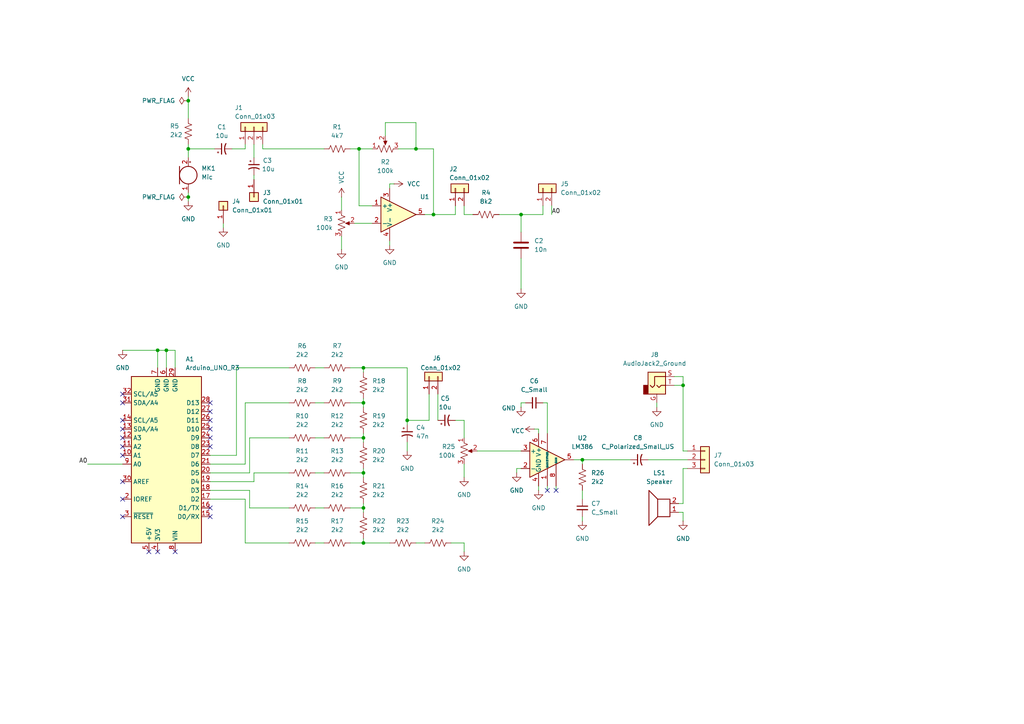
<source format=kicad_sch>
(kicad_sch (version 20250114) (generator "eeschema") (generator_version "9.0")
  (paper "A4")
  (lib_symbols
    (symbol "Amplifier_Audio:LM386" (pin_names (offset 0.127))
      (property "Reference" "U" (at 1.27 7.62 0))
      (property "Value" "LM386" (at 1.27 5.08 0))
      (symbol "LM386_0_1"
        (polyline (pts (xy 5.08 0) (xy -5.08 5.08) (xy -5.08 -5.08) (xy 5.08 0)) (stroke (width 0.254)) (fill (type background)))
      )
      (symbol "LM386_1_1"
        (pin input line (at -7.62 2.54 0) (length 2.54) (name "+") (number "3"))
        (pin input line (at -7.62 -2.54 0) (length 2.54) (name "-") (number "2"))
        (pin power_in line (at -2.54 7.62 270) (length 3.81) (name "V+") (number "6"))
        (pin power_in line (at -2.54 -7.62 90) (length 3.81) (name "GND") (number "4"))
        (pin input line (at 0 7.62 270) (length 5.08) (name "BYPASS") (number "7"))
        (pin input line (at 0 -7.62 90) (length 5.08) (name "GAIN") (number "1"))
        (pin input line (at 2.54 -7.62 90) (length 6.35) (name "GAIN") (number "8"))
        (pin output line (at 7.62 0 180) (length 2.54) (name "~") (number "5"))
      )
    )
    (symbol "Connector_Audio:AudioJack2_Ground"
      (property "Reference" "J" (at 0 8.89 0))
      (property "Value" "AudioJack2_Ground" (at 0 6.35 0))
      (symbol "AudioJack2_Ground_0_1"
        (rectangle (start -2.54 -2.54) (end -3.81 0) (stroke (width 0.254)) (fill (type outline)))
        (polyline (pts (xy 0 0) (xy 0.635 -0.635) (xy 1.27 0) (xy 2.54 0)) (stroke (width 0.254)))
        (rectangle (start 2.54 3.81) (end -2.54 -2.54) (stroke (width 0.254)) (fill (type background)))
        (polyline (pts (xy 2.54 2.54) (xy -0.635 2.54) (xy -0.635 0) (xy -1.27 -0.635) (xy -1.905 0)) (stroke (width 0.254)))
      )
      (symbol "AudioJack2_Ground_1_1"
        (pin passive line (at 0 -5.08 90) (length 2.54) (name "~") (number "G"))
        (pin passive line (at 5.08 2.54 180) (length 2.54) (name "~") (number "S"))
        (pin passive line (at 5.08 0 180) (length 2.54) (name "~") (number "T"))
      )
    )
    (symbol "Connector_Generic:Conn_01x01" (pin_names (offset 1.016) hide)
      (property "Reference" "J" (at 0 2.54 0))
      (property "Value" "Conn_01x01" (at 0 -2.54 0))
      (symbol "Conn_01x01_1_1"
        (rectangle (start -1.27 1.27) (end 1.27 -1.27) (stroke (width 0.254)) (fill (type background)))
        (rectangle (start -1.27 0.127) (end 0 -0.127) (stroke (width 0.1524)))
        (pin passive line (at -5.08 0 0) (length 3.81) (name "Pin_1") (number "1"))
      )
    )
    (symbol "Connector_Generic:Conn_01x02" (pin_names (offset 1.016) hide)
      (property "Reference" "J" (at 0 2.54 0))
      (property "Value" "Conn_01x02" (at 0 -5.08 0))
      (symbol "Conn_01x02_1_1"
        (rectangle (start -1.27 1.27) (end 1.27 -3.81) (stroke (width 0.254)) (fill (type background)))
        (rectangle (start -1.27 0.127) (end 0 -0.127) (stroke (width 0.1524)))
        (rectangle (start -1.27 -2.413) (end 0 -2.667) (stroke (width 0.1524)))
        (pin passive line (at -5.08 0 0) (length 3.81) (name "Pin_1") (number "1"))
        (pin passive line (at -5.08 -2.54 0) (length 3.81) (name "Pin_2") (number "2"))
      )
    )
    (symbol "Connector_Generic:Conn_01x03" (pin_names (offset 1.016) hide)
      (property "Reference" "J" (at 0 5.08 0))
      (property "Value" "Conn_01x03" (at 0 -5.08 0))
      (symbol "Conn_01x03_1_1"
        (rectangle (start -1.27 3.81) (end 1.27 -3.81) (stroke (width 0.254)) (fill (type background)))
        (rectangle (start -1.27 2.667) (end 0 2.413) (stroke (width 0.1524)))
        (rectangle (start -1.27 0.127) (end 0 -0.127) (stroke (width 0.1524)))
        (rectangle (start -1.27 -2.413) (end 0 -2.667) (stroke (width 0.1524)))
        (pin passive line (at -5.08 2.54 0) (length 3.81) (name "Pin_1") (number "1"))
        (pin passive line (at -5.08 0 0) (length 3.81) (name "Pin_2") (number "2"))
        (pin passive line (at -5.08 -2.54 0) (length 3.81) (name "Pin_3") (number "3"))
      )
    )
    (symbol "Device:C" (pin_numbers hide) (pin_names (offset 0.254))
      (property "Reference" "C" (at 0.635 2.54 0))
      (property "Value" "C" (at 0.635 -2.54 0))
      (symbol "C_0_1"
        (polyline (pts (xy -2.032 0.762) (xy 2.032 0.762)) (stroke (width 0.508)))
        (polyline (pts (xy -2.032 -0.762) (xy 2.032 -0.762)) (stroke (width 0.508)))
      )
      (symbol "C_1_1"
        (pin passive line (at 0 3.81 270) (length 2.794) (name "~") (number "1"))
        (pin passive line (at 0 -3.81 90) (length 2.794) (name "~") (number "2"))
      )
    )
    (symbol "Device:C_Polarized_Small_US" (pin_numbers hide) (pin_names (offset 0.254) hide)
      (property "Reference" "C" (at 0.254 1.778 0))
      (property "Value" "C_Polarized_Small_US" (at 0.254 -2.032 0))
      (symbol "C_Polarized_Small_US_0_1"
        (polyline (pts (xy -1.524 0.508) (xy 1.524 0.508)) (stroke (width 0.3048)))
        (polyline (pts (xy -1.27 1.524) (xy -0.762 1.524)))
        (polyline (pts (xy -1.016 1.27) (xy -1.016 1.778)))
        (arc (start -1.524 -0.762) (mid 0 -0.3734) (end 1.524 -0.762) (stroke (width 0.3048)))
      )
      (symbol "C_Polarized_Small_US_1_1"
        (pin passive line (at 0 2.54 270) (length 2.032) (name "~") (number "1"))
        (pin passive line (at 0 -2.54 90) (length 2.032) (name "~") (number "2"))
      )
    )
    (symbol "Device:C_Small" (pin_numbers hide) (pin_names (offset 0.254) hide)
      (property "Reference" "C" (at 0.254 1.778 0))
      (property "Value" "C_Small" (at 0.254 -2.032 0))
      (symbol "C_Small_0_1"
        (polyline (pts (xy -1.524 0.508) (xy 1.524 0.508)) (stroke (width 0.3048)))
        (polyline (pts (xy -1.524 -0.508) (xy 1.524 -0.508)) (stroke (width 0.3302)))
      )
      (symbol "C_Small_1_1"
        (pin passive line (at 0 2.54 270) (length 2.032) (name "~") (number "1"))
        (pin passive line (at 0 -2.54 90) (length 2.032) (name "~") (number "2"))
      )
    )
    (symbol "Device:Microphone" (pin_names (offset 0.0254) hide)
      (property "Reference" "MK" (at -3.81 1.27 0))
      (property "Value" "Microphone" (at -3.81 -0.635 0))
      (symbol "Microphone_0_1"
        (polyline (pts (xy -2.54 2.54) (xy -2.54 -2.54)) (stroke (width 0.254)))
        (circle (center 0 0) (radius 2.54) (stroke (width 0.254)))
        (polyline (pts (xy 0.254 3.81) (xy 0.762 3.81)))
        (polyline (pts (xy 0.508 4.064) (xy 0.508 3.556)))
      )
      (symbol "Microphone_1_1"
        (pin passive line (at 0 5.08 270) (length 2.54) (name "+") (number "2"))
        (pin passive line (at 0 -5.08 90) (length 2.54) (name "-") (number "1"))
      )
    )
    (symbol "Device:R_Potentiometer_US" (pin_names (offset 1.016) hide)
      (property "Reference" "RV" (at -4.445 0 90))
      (property "Value" "R_Potentiometer_US" (at -2.54 0 90))
      (symbol "R_Potentiometer_US_0_1"
        (polyline (pts (xy 0 2.54) (xy 0 2.286)))
        (polyline (pts (xy 0 2.286) (xy 1.016 1.905) (xy 0 1.524) (xy -1.016 1.143) (xy 0 0.762)))
        (polyline (pts (xy 0 0.762) (xy 1.016 0.381) (xy 0 0) (xy -1.016 -0.381) (xy 0 -0.762)))
        (polyline (pts (xy 0 -0.762) (xy 1.016 -1.143) (xy 0 -1.524) (xy -1.016 -1.905) (xy 0 -2.286)))
        (polyline (pts (xy 0 -2.286) (xy 0 -2.54)))
        (polyline (pts (xy 1.143 0) (xy 2.286 0.508) (xy 2.286 -0.508) (xy 1.143 0)) (fill (type outline)))
        (polyline (pts (xy 2.54 0) (xy 1.524 0)))
      )
      (symbol "R_Potentiometer_US_1_1"
        (pin passive line (at 0 3.81 270) (length 1.27) (name "1") (number "1"))
        (pin passive line (at 0 -3.81 90) (length 1.27) (name "3") (number "3"))
        (pin passive line (at 3.81 0 180) (length 1.27) (name "2") (number "2"))
      )
    )
    (symbol "Device:R_US" (pin_numbers hide) (pin_names (offset 0))
      (property "Reference" "R" (at 2.54 0 90))
      (property "Value" "R_US" (at -2.54 0 90))
      (symbol "R_US_0_1"
        (polyline (pts (xy 0 2.286) (xy 0 2.54)))
        (polyline (pts (xy 0 2.286) (xy 1.016 1.905) (xy 0 1.524) (xy -1.016 1.143) (xy 0 0.762)))
        (polyline (pts (xy 0 0.762) (xy 1.016 0.381) (xy 0 0) (xy -1.016 -0.381) (xy 0 -0.762)))
        (polyline (pts (xy 0 -0.762) (xy 1.016 -1.143) (xy 0 -1.524) (xy -1.016 -1.905) (xy 0 -2.286)))
        (polyline (pts (xy 0 -2.286) (xy 0 -2.54)))
      )
      (symbol "R_US_1_1"
        (pin passive line (at 0 3.81 270) (length 1.27) (name "~") (number "1"))
        (pin passive line (at 0 -3.81 90) (length 1.27) (name "~") (number "2"))
      )
    )
    (symbol "Device:Speaker" (pin_names (offset 0) hide)
      (property "Reference" "LS" (at 1.27 5.715 0))
      (property "Value" "Speaker" (at 1.27 3.81 0))
      (symbol "Speaker_0_0"
        (rectangle (start -2.54 1.27) (end 1.016 -3.81) (stroke (width 0.254)))
        (polyline (pts (xy 1.016 1.27) (xy 3.556 3.81) (xy 3.556 -6.35) (xy 1.016 -3.81)) (stroke (width 0.254)))
      )
      (symbol "Speaker_1_1"
        (pin input line (at -5.08 0 0) (length 2.54) (name "1") (number "1"))
        (pin input line (at -5.08 -2.54 0) (length 2.54) (name "2") (number "2"))
      )
    )
    (symbol "MCU_Module:Arduino_UNO_R3"
      (property "Reference" "A" (at -10.16 23.495 0))
      (property "Value" "Arduino_UNO_R3" (at 5.08 -26.67 0))
      (symbol "Arduino_UNO_R3_0_1"
        (rectangle (start -10.16 22.86) (end 10.16 -25.4) (stroke (width 0.254)) (fill (type background)))
      )
      (symbol "Arduino_UNO_R3_1_1"
        (pin bidirectional line (at -12.7 15.24 0) (length 2.54) (name "D0/RX") (number "15"))
        (pin bidirectional line (at -12.7 12.7 0) (length 2.54) (name "D1/TX") (number "16"))
        (pin bidirectional line (at -12.7 10.16 0) (length 2.54) (name "D2") (number "17"))
        (pin bidirectional line (at -12.7 7.62 0) (length 2.54) (name "D3") (number "18"))
        (pin bidirectional line (at -12.7 5.08 0) (length 2.54) (name "D4") (number "19"))
        (pin bidirectional line (at -12.7 2.54 0) (length 2.54) (name "D5") (number "20"))
        (pin bidirectional line (at -12.7 0 0) (length 2.54) (name "D6") (number "21"))
        (pin bidirectional line (at -12.7 -2.54 0) (length 2.54) (name "D7") (number "22"))
        (pin bidirectional line (at -12.7 -5.08 0) (length 2.54) (name "D8") (number "23"))
        (pin bidirectional line (at -12.7 -7.62 0) (length 2.54) (name "D9") (number "24"))
        (pin bidirectional line (at -12.7 -10.16 0) (length 2.54) (name "D10") (number "25"))
        (pin bidirectional line (at -12.7 -12.7 0) (length 2.54) (name "D11") (number "26"))
        (pin bidirectional line (at -12.7 -15.24 0) (length 2.54) (name "D12") (number "27"))
        (pin bidirectional line (at -12.7 -17.78 0) (length 2.54) (name "D13") (number "28"))
        (pin no_connect line (at -10.16 -20.32 0) (length 2.54) hide (name "NC") (number "1"))
        (pin power_in line (at -2.54 25.4 270) (length 2.54) (name "VIN") (number "8"))
        (pin power_in line (at -2.54 -27.94 90) (length 2.54) (name "GND") (number "29"))
        (pin power_in line (at 0 -27.94 90) (length 2.54) (name "GND") (number "6"))
        (pin power_out line (at 2.54 25.4 270) (length 2.54) (name "3V3") (number "4"))
        (pin power_in line (at 2.54 -27.94 90) (length 2.54) (name "GND") (number "7"))
        (pin power_out line (at 5.08 25.4 270) (length 2.54) (name "+5V") (number "5"))
        (pin input line (at 12.7 15.24 180) (length 2.54) (name "~{RESET}") (number "3"))
        (pin output line (at 12.7 10.16 180) (length 2.54) (name "IOREF") (number "2"))
        (pin input line (at 12.7 5.08 180) (length 2.54) (name "AREF") (number "30"))
        (pin bidirectional line (at 12.7 0 180) (length 2.54) (name "A0") (number "9"))
        (pin bidirectional line (at 12.7 -2.54 180) (length 2.54) (name "A1") (number "10"))
        (pin bidirectional line (at 12.7 -5.08 180) (length 2.54) (name "A2") (number "11"))
        (pin bidirectional line (at 12.7 -7.62 180) (length 2.54) (name "A3") (number "12"))
        (pin bidirectional line (at 12.7 -10.16 180) (length 2.54) (name "SDA/A4") (number "13"))
        (pin bidirectional line (at 12.7 -12.7 180) (length 2.54) (name "SCL/A5") (number "14"))
        (pin bidirectional line (at 12.7 -17.78 180) (length 2.54) (name "SDA/A4") (number "31"))
        (pin bidirectional line (at 12.7 -20.32 180) (length 2.54) (name "SCL/A5") (number "32"))
      )
    )
    (symbol "OPAMP_1" (pin_names (offset 0.254))
      (property "Reference" "U" (at 3.81 3.175 0))
      (property "Value" "${SIM.PARAMS}" (at 3.81 -3.175 0))
      (symbol "OPAMP_1_0_1"
        (polyline (pts (xy 5.08 0) (xy -5.08 5.08) (xy -5.08 -5.08) (xy 5.08 0)) (stroke (width 0.254)) (fill (type background)))
      )
      (symbol "OPAMP_1_1_1"
        (pin input line (at -7.62 2.54 0) (length 2.54) (name "+") (number "1"))
        (pin input line (at -7.62 -2.54 0) (length 2.54) (name "-") (number "2"))
        (pin power_in line (at -2.54 7.62 270) (length 3.81) (name "V+") (number "3"))
        (pin power_in line (at -2.54 -7.62 90) (length 3.81) (name "V-") (number "4"))
        (pin output line (at 7.62 0 180) (length 2.54) (name "~") (number "5"))
      )
    )
    (symbol "power:GND" (power) (pin_numbers hide) (pin_names (offset 0) hide)
      (property "Value" "GND" (at 0 -3.81 0))
      (symbol "GND_0_1"
        (polyline (pts (xy 0 0) (xy 0 -1.27) (xy 1.27 -1.27) (xy 0 -2.54) (xy -1.27 -1.27) (xy 0 -1.27)))
      )
      (symbol "GND_1_1"
        (pin power_in line (at 0 0 270) (length 0) (name "~") (number "1"))
      )
    )
    (symbol "power:PWR_FLAG" (power) (pin_numbers hide) (pin_names (offset 0) hide)
      (property "Value" "PWR_FLAG" (at 0 3.81 0))
      (symbol "PWR_FLAG_0_0"
        (pin power_out line (at 0 0 90) (length 0) (name "~") (number "1"))
      )
      (symbol "PWR_FLAG_0_1"
        (polyline (pts (xy 0 0) (xy 0 1.27) (xy -1.016 1.905) (xy 0 2.54) (xy 1.016 1.905) (xy 0 1.27)))
      )
    )
    (symbol "power:VCC" (power) (pin_numbers hide) (pin_names (offset 0) hide)
      (property "Value" "VCC" (at 0 3.556 0))
      (symbol "VCC_0_1"
        (polyline (pts (xy -0.762 1.27) (xy 0 2.54)))
        (polyline (pts (xy 0 2.54) (xy 0.762 1.27)))
        (polyline (pts (xy 0 0) (xy 0 2.54)))
      )
      (symbol "VCC_1_1"
        (pin power_in line (at 0 0 90) (length 0) (name "~") (number "1"))
      )
    )
  )
  (junction (at 105.41 106.68))
  (junction (at 151.13 62.23))
  (junction (at 104.14 43.18))
  (junction (at 105.41 137.16))
  (junction (at 168.91 133.35))
  (junction (at 54.61 57.15))
  (junction (at 198.12 111.76))
  (junction (at 45.72 101.6))
  (junction (at 125.73 62.23))
  (junction (at 54.61 29.21))
  (junction (at 48.26 101.6))
  (junction (at 105.41 116.84))
  (junction (at 105.41 147.32))
  (junction (at 54.61 43.18))
  (junction (at 105.41 127))
  (junction (at 118.11 121.92))
  (junction (at 120.65 43.18))
  (junction (at 105.41 157.48))
  (no_connect (at 161.29 142.24))
  (no_connect (at 60.96 129.54))
  (no_connect (at 45.72 160.02))
  (no_connect (at 60.96 149.86))
  (no_connect (at 35.56 132.08))
  (no_connect (at 60.96 119.38))
  (no_connect (at 35.56 144.78))
  (no_connect (at 35.56 149.86))
  (no_connect (at 158.75 142.24))
  (no_connect (at 35.56 129.54))
  (no_connect (at 50.8 160.02))
  (no_connect (at 60.96 147.32))
  (no_connect (at 35.56 116.84))
  (no_connect (at 35.56 114.3))
  (no_connect (at 35.56 127))
  (no_connect (at 60.96 116.84))
  (no_connect (at 35.56 121.92))
  (no_connect (at 35.56 139.7))
  (no_connect (at 60.96 127))
  (no_connect (at 35.56 124.46))
  (no_connect (at 60.96 124.46))
  (no_connect (at 43.18 160.02))
  (no_connect (at 60.96 121.92))
  (wire (pts (xy 101.6 157.48) (xy 105.41 157.48)))
  (wire (pts (xy 105.41 157.48) (xy 113.03 157.48)))
  (wire (pts (xy 101.6 137.16) (xy 105.41 137.16)))
  (wire (pts (xy 118.11 121.92) (xy 124.46 121.92)))
  (wire (pts (xy 166.37 133.35) (xy 168.91 133.35)))
  (wire (pts (xy 115.57 43.18) (xy 120.65 43.18)))
  (wire (pts (xy 149.86 135.89) (xy 149.86 137.16)))
  (wire (pts (xy 157.48 59.69) (xy 157.48 62.23)))
  (wire (pts (xy 91.44 116.84) (xy 93.98 116.84)))
  (wire (pts (xy 151.13 83.82) (xy 151.13 74.93)))
  (wire (pts (xy 72.39 142.24) (xy 60.96 142.24)))
  (wire (pts (xy 118.11 123.19) (xy 118.11 121.92)))
  (wire (pts (xy 132.08 59.69) (xy 132.08 62.23)))
  (wire (pts (xy 67.31 43.18) (xy 71.12 43.18)))
  (wire (pts (xy 157.48 62.23) (xy 151.13 62.23)))
  (wire (pts (xy 91.44 147.32) (xy 93.98 147.32)))
  (wire (pts (xy 125.73 43.18) (xy 125.73 62.23)))
  (wire (pts (xy 144.78 62.23) (xy 151.13 62.23)))
  (wire (pts (xy 105.41 127) (xy 105.41 128.27)))
  (wire (pts (xy 151.13 116.84) (xy 152.4 116.84)))
  (wire (pts (xy 99.06 60.96) (xy 99.06 57.15)))
  (wire (pts (xy 71.12 43.18) (xy 71.12 41.91)))
  (wire (pts (xy 134.62 127) (xy 134.62 121.92)))
  (wire (pts (xy 105.41 106.68) (xy 105.41 107.95)))
  (wire (pts (xy 134.62 59.69) (xy 134.62 62.23)))
  (wire (pts (xy 25.4 134.62) (xy 35.56 134.62)))
  (wire (pts (xy 71.12 116.84) (xy 83.82 116.84)))
  (wire (pts (xy 71.12 144.78) (xy 71.12 157.48)))
  (wire (pts (xy 35.56 101.6) (xy 45.72 101.6)))
  (wire (pts (xy 68.58 106.68) (xy 68.58 132.08)))
  (wire (pts (xy 68.58 106.68) (xy 83.82 106.68)))
  (wire (pts (xy 168.91 133.35) (xy 168.91 134.62)))
  (wire (pts (xy 158.75 116.84) (xy 158.75 125.73)))
  (wire (pts (xy 138.43 130.81) (xy 151.13 130.81)))
  (wire (pts (xy 73.66 41.91) (xy 73.66 45.72)))
  (wire (pts (xy 91.44 157.48) (xy 93.98 157.48)))
  (wire (pts (xy 198.12 111.76) (xy 198.12 109.22)))
  (wire (pts (xy 54.61 29.21) (xy 54.61 34.29)))
  (wire (pts (xy 199.39 135.89) (xy 198.12 135.89)))
  (wire (pts (xy 198.12 148.59) (xy 198.12 151.13)))
  (wire (pts (xy 60.96 144.78) (xy 71.12 144.78)))
  (wire (pts (xy 91.44 137.16) (xy 93.98 137.16)))
  (wire (pts (xy 198.12 135.89) (xy 198.12 146.05)))
  (wire (pts (xy 198.12 130.81) (xy 198.12 111.76)))
  (wire (pts (xy 190.5 116.84) (xy 190.5 118.11)))
  (wire (pts (xy 105.41 115.57) (xy 105.41 116.84)))
  (wire (pts (xy 60.96 134.62) (xy 71.12 134.62)))
  (wire (pts (xy 73.66 137.16) (xy 73.66 139.7)))
  (wire (pts (xy 156.21 140.97) (xy 156.21 142.24)))
  (wire (pts (xy 73.66 139.7) (xy 60.96 139.7)))
  (wire (pts (xy 72.39 147.32) (xy 72.39 142.24)))
  (wire (pts (xy 105.41 137.16) (xy 105.41 138.43)))
  (wire (pts (xy 198.12 146.05) (xy 196.85 146.05)))
  (wire (pts (xy 48.26 106.68) (xy 48.26 101.6)))
  (wire (pts (xy 123.19 62.23) (xy 125.73 62.23)))
  (wire (pts (xy 168.91 149.86) (xy 168.91 151.13)))
  (wire (pts (xy 101.6 106.68) (xy 105.41 106.68)))
  (wire (pts (xy 158.75 140.97) (xy 158.75 142.24)))
  (wire (pts (xy 168.91 142.24) (xy 168.91 144.78)))
  (wire (pts (xy 111.76 35.56) (xy 111.76 39.37)))
  (wire (pts (xy 54.61 29.21) (xy 54.61 27.94)))
  (wire (pts (xy 73.66 137.16) (xy 83.82 137.16)))
  (wire (pts (xy 60.96 137.16) (xy 72.39 137.16)))
  (wire (pts (xy 71.12 157.48) (xy 83.82 157.48)))
  (wire (pts (xy 91.44 106.68) (xy 93.98 106.68)))
  (wire (pts (xy 104.14 43.18) (xy 104.14 59.69)))
  (wire (pts (xy 158.75 116.84) (xy 157.48 116.84)))
  (wire (pts (xy 68.58 132.08) (xy 60.96 132.08)))
  (wire (pts (xy 120.65 43.18) (xy 125.73 43.18)))
  (wire (pts (xy 125.73 62.23) (xy 132.08 62.23)))
  (wire (pts (xy 130.81 157.48) (xy 134.62 157.48)))
  (wire (pts (xy 105.41 125.73) (xy 105.41 127)))
  (wire (pts (xy 72.39 127) (xy 83.82 127)))
  (wire (pts (xy 105.41 156.21) (xy 105.41 157.48)))
  (wire (pts (xy 156.21 124.46) (xy 156.21 125.73)))
  (wire (pts (xy 160.02 59.69) (xy 160.02 62.23)))
  (wire (pts (xy 72.39 137.16) (xy 72.39 127)))
  (wire (pts (xy 134.62 157.48) (xy 134.62 160.02)))
  (wire (pts (xy 101.6 147.32) (xy 105.41 147.32)))
  (wire (pts (xy 107.95 59.69) (xy 104.14 59.69)))
  (wire (pts (xy 76.2 43.18) (xy 93.98 43.18)))
  (wire (pts (xy 101.6 127) (xy 105.41 127)))
  (wire (pts (xy 99.06 68.58) (xy 99.06 72.39)))
  (wire (pts (xy 120.65 157.48) (xy 123.19 157.48)))
  (wire (pts (xy 54.61 43.18) (xy 54.61 41.91)))
  (wire (pts (xy 168.91 133.35) (xy 182.88 133.35)))
  (wire (pts (xy 113.03 69.85) (xy 113.03 71.12)))
  (wire (pts (xy 151.13 135.89) (xy 149.86 135.89)))
  (wire (pts (xy 105.41 146.05) (xy 105.41 147.32)))
  (wire (pts (xy 73.66 50.8) (xy 73.66 52.07)))
  (wire (pts (xy 118.11 106.68) (xy 105.41 106.68)))
  (wire (pts (xy 91.44 127) (xy 93.98 127)))
  (wire (pts (xy 101.6 116.84) (xy 105.41 116.84)))
  (wire (pts (xy 134.62 62.23) (xy 137.16 62.23)))
  (wire (pts (xy 64.77 64.77) (xy 64.77 66.04)))
  (wire (pts (xy 71.12 134.62) (xy 71.12 116.84)))
  (wire (pts (xy 198.12 148.59) (xy 196.85 148.59)))
  (wire (pts (xy 54.61 43.18) (xy 54.61 45.72)))
  (wire (pts (xy 120.65 35.56) (xy 120.65 43.18)))
  (wire (pts (xy 105.41 147.32) (xy 105.41 148.59)))
  (wire (pts (xy 198.12 109.22) (xy 195.58 109.22)))
  (wire (pts (xy 187.96 133.35) (xy 199.39 133.35)))
  (wire (pts (xy 134.62 134.62) (xy 134.62 138.43)))
  (wire (pts (xy 102.87 64.77) (xy 107.95 64.77)))
  (wire (pts (xy 50.8 101.6) (xy 50.8 106.68)))
  (wire (pts (xy 195.58 111.76) (xy 198.12 111.76)))
  (wire (pts (xy 45.72 101.6) (xy 48.26 101.6)))
  (wire (pts (xy 54.61 57.15) (xy 54.61 58.42)))
  (wire (pts (xy 101.6 43.18) (xy 104.14 43.18)))
  (wire (pts (xy 161.29 142.24) (xy 161.29 140.97)))
  (wire (pts (xy 113.03 53.34) (xy 114.3 53.34)))
  (wire (pts (xy 45.72 106.68) (xy 45.72 101.6)))
  (wire (pts (xy 127 114.3) (xy 127 121.92)))
  (wire (pts (xy 113.03 53.34) (xy 113.03 54.61)))
  (wire (pts (xy 72.39 147.32) (xy 83.82 147.32)))
  (wire (pts (xy 111.76 35.56) (xy 120.65 35.56)))
  (wire (pts (xy 54.61 43.18) (xy 62.23 43.18)))
  (wire (pts (xy 134.62 121.92) (xy 132.08 121.92)))
  (wire (pts (xy 48.26 101.6) (xy 50.8 101.6)))
  (wire (pts (xy 76.2 41.91) (xy 76.2 43.18)))
  (wire (pts (xy 104.14 43.18) (xy 107.95 43.18)))
  (wire (pts (xy 118.11 106.68) (xy 118.11 121.92)))
  (wire (pts (xy 151.13 118.11) (xy 151.13 116.84)))
  (wire (pts (xy 118.11 130.81) (xy 118.11 128.27)))
  (wire (pts (xy 124.46 121.92) (xy 124.46 114.3)))
  (wire (pts (xy 151.13 62.23) (xy 151.13 67.31)))
  (wire (pts (xy 54.61 57.15) (xy 54.61 55.88)))
  (wire (pts (xy 199.39 130.81) (xy 198.12 130.81)))
  (wire (pts (xy 105.41 135.89) (xy 105.41 137.16)))
  (wire (pts (xy 105.41 116.84) (xy 105.41 118.11)))
  (wire (pts (xy 156.21 124.46) (xy 154.94 124.46)))
  (label "A0" (at 160.02 62.23 0))
  (label "A0" (at 25.4 134.62 180))
  (symbol (lib_id "Device:C_Polarized_Small_US") (at 185.42 133.35 90) (unit 1)
    (property "Reference" "C8" (at 184.9882 127 90))
    (property "Value" "C_Polarized_Small_US" (at 184.9882 129.54 90))
    (property "Description" "Polarized capacitor, small US symbol" (effects (hide yes)))
  )
  (symbol (lib_id "Device:R_US") (at 105.41 142.24 0) (unit 1)
    (property "Reference" "R21" (at 107.95 140.9699 0) (effects (justify left)))
    (property "Value" "2k2" (at 107.95 143.5099 0) (effects (justify left)))
    (property "Description" "Resistor, US symbol" (effects (hide yes)))
  )
  (symbol (lib_id "power:GND") (at 198.12 151.13 0) (unit 1)
    (property "Reference" "#PWR017" (effects (hide yes)))
    (property "Value" "GND" (at 198.12 156.21 0))
    (property "Description" "Power symbol creates a global label with name \"GND\" , ground" (effects (hide yes)))
  )
  (symbol (lib_id "Device:R_US") (at 116.84 157.48 270) (unit 1)
    (property "Reference" "R23" (at 116.84 151.13 90))
    (property "Value" "2k2" (at 116.84 153.67 90))
    (property "Description" "Resistor, US symbol" (effects (hide yes)))
  )
  (symbol (lib_id "MCU_Module:Arduino_UNO_R3") (at 48.26 134.62 180) (unit 1)
    (property "Reference" "A1" (at 53.8165 104.14 0) (effects (justify right)))
    (property "Value" "Arduino_UNO_R3" (at 53.8165 106.68 0) (effects (justify right)))
    (property "Footprint" "Module:Arduino_UNO_R3" (effects (hide yes)))
    (property "Datasheet" "https://www.arduino.cc/en/Main/arduinoBoardUno" (effects (hide yes)))
    (property "Description" "Arduino UNO Microcontroller Module, release 3" (effects (hide yes)))
  )
  (symbol (lib_id "Device:R_US") (at 87.63 116.84 270) (unit 1)
    (property "Reference" "R8" (at 87.63 110.49 90))
    (property "Value" "2k2" (at 87.63 113.03 90))
    (property "Description" "Resistor, US symbol" (effects (hide yes)))
  )
  (symbol (lib_id "Device:R_US") (at 97.79 137.16 270) (unit 1)
    (property "Reference" "R13" (at 97.79 130.81 90))
    (property "Value" "2k2" (at 97.79 133.35 90))
    (property "Description" "Resistor, US symbol" (effects (hide yes)))
  )
  (symbol (lib_id "Device:R_US") (at 97.79 43.18 90) (unit 1)
    (property "Reference" "R1" (at 97.79 36.83 90))
    (property "Value" "4k7" (at 97.79 39.37 90))
    (property "Footprint" "Resistor_THT:R_Axial_Power_L25.0mm_W6.4mm_P27.94mm" (effects (hide yes)))
    (property "Description" "Resistor, US symbol" (effects (hide yes)))
  )
  (symbol (lib_id "Connector_Generic:Conn_01x02") (at 157.48 54.61 90) (unit 1)
    (property "Reference" "J5" (at 162.56 53.3399 90) (effects (justify right)))
    (property "Value" "Conn_01x02" (at 162.56 55.8799 90) (effects (justify right)))
    (property "Footprint" "Connector_Phoenix_SPT:PhoenixContact_SPT_2.5_2-H-5.0_1x02_P5.0mm_Horizontal" (effects (hide yes)))
    (property "Description" "Generic connector, single row, 01x02, script generated (kicad-library-utils/schlib/autogen/connector/)" (effects (hide yes)))
  )
  (symbol (lib_id "Device:R_US") (at 97.79 157.48 270) (unit 1)
    (property "Reference" "R17" (at 97.79 151.13 90))
    (property "Value" "2k2" (at 97.79 153.67 90))
    (property "Description" "Resistor, US symbol" (effects (hide yes)))
  )
  (symbol (lib_id "Device:C_Small") (at 168.91 147.32 0) (unit 1)
    (property "Reference" "C7" (at 171.45 146.0562 0) (effects (justify left)))
    (property "Value" "C_Small" (at 171.45 148.5962 0) (effects (justify left)))
    (property "Description" "Unpolarized capacitor, small symbol" (effects (hide yes)))
  )
  (symbol (lib_id "Device:R_US") (at 140.97 62.23 90) (unit 1)
    (property "Reference" "R4" (at 140.97 55.88 90))
    (property "Value" "8k2" (at 140.97 58.42 90))
    (property "Footprint" "Resistor_THT:R_Axial_Power_L25.0mm_W6.4mm_P27.94mm" (effects (hide yes)))
    (property "Description" "Resistor, US symbol" (effects (hide yes)))
  )
  (symbol (lib_id "power:GND") (at 35.56 101.6 0) (unit 1)
    (property "Reference" "#PWR019" (effects (hide yes)))
    (property "Value" "GND" (at 35.56 106.68 0))
    (property "Description" "Power symbol creates a global label with name \"GND\" , ground" (effects (hide yes)))
  )
  (symbol (lib_name "OPAMP_1") (lib_id "Simulation_SPICE:OPAMP") (at 115.57 62.23 0) (unit 1)
    (property "Reference" "U1" (at 123.19 57.0798 0))
    (property "Value" "${SIM.PARAMS}" (at 123.19 58.9849 0))
    (property "Datasheet" "https://ngspice.sourceforge.io/docs/ngspice-html-manual/manual.xhtml#sec__SUBCKT_Subcircuits" (effects (hide yes)))
    (property "Description" "Operational amplifier, single" (effects (hide yes)))
    (property "Sim.Pins" "1=in+ 2=in- 3=vcc 4=vee 5=out" (effects (hide yes)))
    (property "Sim.Device" "SUBCKT" (effects (hide yes)))
    (property "Sim.Library" "/usr/share/kicad/symbols/Simulation_SPICE.sp" (effects (hide yes)))
    (property "Sim.Name" "kicad_builtin_opamp" (effects (hide yes)))
  )
  (symbol (lib_id "Device:C_Polarized_Small_US") (at 129.54 121.92 90) (unit 1)
    (property "Reference" "C5" (at 129.1082 115.57 90))
    (property "Value" "10u" (at 129.1082 118.11 90))
    (property "Description" "Polarized capacitor, small US symbol" (effects (hide yes)))
  )
  (symbol (lib_id "power:GND") (at 156.21 142.24 0) (unit 1)
    (property "Reference" "#PWR018" (effects (hide yes)))
    (property "Value" "GND" (at 156.21 147.32 0))
    (property "Description" "Power symbol creates a global label with name \"GND\" , ground" (effects (hide yes)))
  )
  (symbol (lib_id "Device:R_US") (at 87.63 157.48 270) (unit 1)
    (property "Reference" "R15" (at 87.63 151.13 90))
    (property "Value" "2k2" (at 87.63 153.67 90))
    (property "Description" "Resistor, US symbol" (effects (hide yes)))
  )
  (symbol (lib_id "power:GND") (at 149.86 137.16 0) (unit 1)
    (property "Reference" "#PWR012" (effects (hide yes)))
    (property "Value" "GND" (at 149.86 142.24 0))
    (property "Description" "Power symbol creates a global label with name \"GND\" , ground" (effects (hide yes)))
  )
  (symbol (lib_id "power:GND") (at 54.61 58.42 0) (unit 1)
    (property "Reference" "#PWR01" (effects (hide yes)))
    (property "Value" "GND" (at 54.61 63.5 0))
    (property "Description" "Power symbol creates a global label with name \"GND\" , ground" (effects (hide yes)))
  )
  (symbol (lib_id "power:GND") (at 151.13 118.11 0) (unit 1)
    (property "Reference" "#PWR014" (effects (hide yes)))
    (property "Value" "GND" (at 147.574 118.364 0))
    (property "Description" "Power symbol creates a global label with name \"GND\" , ground" (effects (hide yes)))
  )
  (symbol (lib_id "power:VCC") (at 54.61 27.94 0) (unit 1)
    (property "Reference" "#PWR08" (effects (hide yes)))
    (property "Value" "VCC" (at 54.61 22.86 0))
    (property "Description" "Power symbol creates a global label with name \"VCC\"" (effects (hide yes)))
  )
  (symbol (lib_id "power:GND") (at 118.11 130.81 0) (unit 1)
    (property "Reference" "#PWR010" (effects (hide yes)))
    (property "Value" "GND" (at 118.11 135.89 0))
    (property "Description" "Power symbol creates a global label with name \"GND\" , ground" (effects (hide yes)))
  )
  (symbol (lib_id "Device:C") (at 151.13 71.12 0) (unit 1)
    (property "Reference" "C2" (at 154.94 69.8499 0) (effects (justify left)))
    (property "Value" "10n" (at 154.94 72.3899 0) (effects (justify left)))
    (property "Footprint" "Capacitor_THT:C_Disc_D7.0mm_W2.5mm_P5.00mm" (effects (hide yes)))
    (property "Description" "Unpolarized capacitor" (effects (hide yes)))
  )
  (symbol (lib_id "power:GND") (at 64.77 66.04 0) (unit 1)
    (property "Reference" "#PWR02" (effects (hide yes)))
    (property "Value" "GND" (at 64.77 71.12 0))
    (property "Description" "Power symbol creates a global label with name \"GND\" , ground" (effects (hide yes)))
  )
  (symbol (lib_id "power:PWR_FLAG") (at 54.61 57.15 90) (unit 1)
    (property "Reference" "#FLG02" (effects (hide yes)))
    (property "Value" "PWR_FLAG" (at 50.8 57.1499 90) (effects (justify left)))
    (property "Description" "Special symbol for telling ERC where power comes from" (effects (hide yes)))
  )
  (symbol (lib_id "Connector_Generic:Conn_01x01") (at 73.66 57.15 270) (unit 1)
    (property "Reference" "J3" (at 76.2 55.8799 90) (effects (justify left)))
    (property "Value" "Conn_01x01" (at 76.2 58.4199 90) (effects (justify left)))
    (property "Footprint" "Connector_PinSocket_1.27mm:PinSocket_1x01_P1.27mm_Vertical" (effects (hide yes)))
    (property "Description" "Generic connector, single row, 01x01, script generated (kicad-library-utils/schlib/autogen/connector/)" (effects (hide yes)))
  )
  (symbol (lib_id "power:VCC") (at 99.06 57.15 0) (unit 1)
    (property "Reference" "#PWR05" (effects (hide yes)))
    (property "Value" "VCC" (at 99.0601 53.34 90) (effects (justify left)))
    (property "Description" "Power symbol creates a global label with name \"VCC\"" (effects (hide yes)))
  )
  (symbol (lib_id "Device:Speaker") (at 191.77 148.59 180) (unit 1)
    (property "Reference" "LS1" (at 191.262 137.16 0))
    (property "Value" "Speaker" (at 191.262 139.7 0))
    (property "Description" "Speaker" (effects (hide yes)))
  )
  (symbol (lib_id "Connector_Generic:Conn_01x02") (at 124.46 109.22 90) (unit 1)
    (property "Reference" "J6" (at 125.476 103.886 90) (effects (justify right)))
    (property "Value" "Conn_01x02" (at 121.92 106.68 90) (effects (justify right)))
    (property "Description" "Generic connector, single row, 01x02, script generated (kicad-library-utils/schlib/autogen/connector/)" (effects (hide yes)))
  )
  (symbol (lib_id "Device:R_US") (at 97.79 106.68 90) (unit 1)
    (property "Reference" "R7" (at 97.79 100.33 90))
    (property "Value" "2k2" (at 97.79 102.87 90))
    (property "Description" "Resistor, US symbol" (effects (hide yes)))
  )
  (symbol (lib_id "Connector_Generic:Conn_01x01") (at 64.77 59.69 90) (unit 1)
    (property "Reference" "J4" (at 67.31 58.4199 90) (effects (justify right)))
    (property "Value" "Conn_01x01" (at 67.31 60.9599 90) (effects (justify right)))
    (property "Footprint" "Connector_PinSocket_1.27mm:PinSocket_1x01_P1.27mm_Vertical" (effects (hide yes)))
    (property "Description" "Generic connector, single row, 01x01, script generated (kicad-library-utils/schlib/autogen/connector/)" (effects (hide yes)))
  )
  (symbol (lib_id "Device:R_US") (at 127 157.48 270) (unit 1)
    (property "Reference" "R24" (at 127 151.13 90))
    (property "Value" "2k2" (at 127 153.67 90))
    (property "Description" "Resistor, US symbol" (effects (hide yes)))
  )
  (symbol (lib_id "Connector_Generic:Conn_01x03") (at 204.47 133.35 0) (unit 1)
    (property "Reference" "J7" (at 207.01 132.0799 0) (effects (justify left)))
    (property "Value" "Conn_01x03" (at 207.01 134.6199 0) (effects (justify left)))
    (property "Description" "Generic connector, single row, 01x03, script generated (kicad-library-utils/schlib/autogen/connector/)" (effects (hide yes)))
  )
  (symbol (lib_id "Device:R_US") (at 87.63 106.68 90) (unit 1)
    (property "Reference" "R6" (at 87.63 100.33 90))
    (property "Value" "2k2" (at 87.63 102.87 90))
    (property "Description" "Resistor, US symbol" (effects (hide yes)))
  )
  (symbol (lib_id "power:PWR_FLAG") (at 54.61 29.21 90) (unit 1)
    (property "Reference" "#FLG01" (effects (hide yes)))
    (property "Value" "PWR_FLAG" (at 50.8 29.2099 90) (effects (justify left)))
    (property "Description" "Special symbol for telling ERC where power comes from" (effects (hide yes)))
  )
  (symbol (lib_id "power:GND") (at 134.62 138.43 0) (unit 1)
    (property "Reference" "#PWR011" (effects (hide yes)))
    (property "Value" "GND" (at 134.62 143.51 0))
    (property "Description" "Power symbol creates a global label with name \"GND\" , ground" (effects (hide yes)))
  )
  (symbol (lib_id "Device:R_US") (at 97.79 147.32 90) (unit 1)
    (property "Reference" "R16" (at 97.79 140.97 90))
    (property "Value" "2k2" (at 97.79 143.51 90))
    (property "Description" "Resistor, US symbol" (effects (hide yes)))
  )
  (symbol (lib_id "Device:R_US") (at 168.91 138.43 180) (unit 1)
    (property "Reference" "R26" (at 171.45 137.1599 0) (effects (justify right)))
    (property "Value" "2k2" (at 171.45 139.6999 0) (effects (justify right)))
    (property "Description" "Resistor, US symbol" (effects (hide yes)))
  )
  (symbol (lib_id "power:GND") (at 99.06 72.39 0) (unit 1)
    (property "Reference" "#PWR03" (effects (hide yes)))
    (property "Value" "GND" (at 99.06 77.47 0))
    (property "Description" "Power symbol creates a global label with name \"GND\" , ground" (effects (hide yes)))
  )
  (symbol (lib_id "Device:R_US") (at 105.41 111.76 0) (unit 1)
    (property "Reference" "R18" (at 107.95 110.4899 0) (effects (justify left)))
    (property "Value" "2k2" (at 107.95 113.0299 0) (effects (justify left)))
    (property "Description" "Resistor, US symbol" (effects (hide yes)))
  )
  (symbol (lib_id "power:GND") (at 190.5 118.11 0) (unit 1)
    (property "Reference" "#PWR016" (effects (hide yes)))
    (property "Value" "GND" (at 190.5 123.19 0))
    (property "Description" "Power symbol creates a global label with name \"GND\" , ground" (effects (hide yes)))
  )
  (symbol (lib_id "Device:R_US") (at 105.41 152.4 0) (unit 1)
    (property "Reference" "R22" (at 107.95 151.1299 0) (effects (justify left)))
    (property "Value" "2k2" (at 107.95 153.6699 0) (effects (justify left)))
    (property "Description" "Resistor, US symbol" (effects (hide yes)))
  )
  (symbol (lib_id "Connector_Generic:Conn_01x03") (at 73.66 36.83 90) (unit 1)
    (property "Reference" "J1" (at 68.072 31.242 90) (effects (justify right)))
    (property "Value" "Conn_01x03" (at 68.072 33.782 90) (effects (justify right)))
    (property "Footprint" "Connector_PinHeader_1.00mm:PinHeader_1x03_P1.00mm_Vertical" (effects (hide yes)))
    (property "Description" "Generic connector, single row, 01x03, script generated (kicad-library-utils/schlib/autogen/connector/)" (effects (hide yes)))
  )
  (symbol (lib_id "Device:C_Polarized_Small_US") (at 118.11 125.73 0) (unit 1)
    (property "Reference" "C4" (at 120.65 124.0281 0) (effects (justify left)))
    (property "Value" "47n" (at 120.65 126.5681 0) (effects (justify left)))
    (property "Description" "Polarized capacitor, small US symbol" (effects (hide yes)))
  )
  (symbol (lib_id "Device:R_US") (at 97.79 116.84 270) (unit 1)
    (property "Reference" "R9" (at 97.79 110.49 90))
    (property "Value" "2k2" (at 97.79 113.03 90))
    (property "Description" "Resistor, US symbol" (effects (hide yes)))
  )
  (symbol (lib_id "power:GND") (at 134.62 160.02 0) (unit 1)
    (property "Reference" "#PWR09" (effects (hide yes)))
    (property "Value" "GND" (at 134.62 165.1 0))
    (property "Description" "Power symbol creates a global label with name \"GND\" , ground" (effects (hide yes)))
  )
  (symbol (lib_id "Device:R_Potentiometer_US") (at 99.06 64.77 0) (unit 1)
    (property "Reference" "R3" (at 96.52 63.4999 0) (effects (justify right)))
    (property "Value" "100k" (at 96.52 66.0399 0) (effects (justify right)))
    (property "Footprint" "Potentiometer_THT:Potentiometer_Bourns_3296W_Vertical" (effects (hide yes)))
    (property "Description" "Potentiometer, US symbol" (effects (hide yes)))
  )
  (symbol (lib_id "Device:R_US") (at 54.61 38.1 0) (unit 1)
    (property "Reference" "R5" (at 49.276 36.576 0) (effects (justify left)))
    (property "Value" "2k2" (at 49.276 39.116 0) (effects (justify left)))
    (property "Footprint" "Resistor_THT:R_Axial_Power_L25.0mm_W6.4mm_P27.94mm" (effects (hide yes)))
    (property "Description" "Resistor, US symbol" (effects (hide yes)))
  )
  (symbol (lib_id "Device:C_Small") (at 154.94 116.84 270) (unit 1)
    (property "Reference" "C6" (at 154.9336 110.49 90))
    (property "Value" "C_Small" (at 154.9336 113.03 90))
    (property "Description" "Unpolarized capacitor, small symbol" (effects (hide yes)))
  )
  (symbol (lib_id "Device:R_US") (at 87.63 127 90) (unit 1)
    (property "Reference" "R10" (at 87.63 120.65 90))
    (property "Value" "2k2" (at 87.63 123.19 90))
    (property "Description" "Resistor, US symbol" (effects (hide yes)))
  )
  (symbol (lib_id "Device:R_Potentiometer_US") (at 111.76 43.18 90) (unit 1)
    (property "Reference" "R2" (at 111.76 46.99 90))
    (property "Value" "100k" (at 111.76 49.53 90))
    (property "Footprint" "Potentiometer_THT:Potentiometer_Bourns_3296W_Vertical" (effects (hide yes)))
    (property "Description" "Potentiometer, US symbol" (effects (hide yes)))
  )
  (symbol (lib_id "Device:R_US") (at 97.79 127 90) (unit 1)
    (property "Reference" "R12" (at 97.79 120.65 90))
    (property "Value" "2k2" (at 97.79 123.19 90))
    (property "Description" "Resistor, US symbol" (effects (hide yes)))
  )
  (symbol (lib_id "Device:R_US") (at 105.41 132.08 0) (unit 1)
    (property "Reference" "R20" (at 107.95 130.8099 0) (effects (justify left)))
    (property "Value" "2k2" (at 107.95 133.3499 0) (effects (justify left)))
    (property "Description" "Resistor, US symbol" (effects (hide yes)))
  )
  (symbol (lib_id "Connector_Audio:AudioJack2_Ground") (at 190.5 111.76 0) (unit 1)
    (property "Reference" "J8" (at 189.865 102.87 0))
    (property "Value" "AudioJack2_Ground" (at 189.865 105.41 0))
    (property "Description" "Audio Jack, 2 Poles (Mono / TS), Grounded Sleeve" (effects (hide yes)))
  )
  (symbol (lib_id "power:VCC") (at 154.94 124.46 90) (unit 1)
    (property "Reference" "#PWR013" (effects (hide yes)))
    (property "Value" "VCC" (at 152.146 124.968 90) (effects (justify left)))
    (property "Description" "Power symbol creates a global label with name \"VCC\"" (effects (hide yes)))
  )
  (symbol (lib_id "power:GND") (at 151.13 83.82 0) (unit 1)
    (property "Reference" "#PWR04" (effects (hide yes)))
    (property "Value" "GND" (at 151.13 88.9 0))
    (property "Description" "Power symbol creates a global label with name \"GND\" , ground" (effects (hide yes)))
  )
  (symbol (lib_id "Amplifier_Audio:LM386") (at 158.75 133.35 0) (unit 1)
    (property "Reference" "U2" (at 168.91 127.0314 0))
    (property "Value" "LM386" (at 168.91 129.5714 0))
    (property "Datasheet" "http://www.ti.com/lit/ds/symlink/lm386.pdf" (effects (hide yes)))
    (property "Description" "Low Voltage Audio Power Amplifier, DIP-8/SOIC-8/SSOP-8" (effects (hide yes)))
  )
  (symbol (lib_id "Device:R_US") (at 87.63 147.32 90) (unit 1)
    (property "Reference" "R14" (at 87.63 140.97 90))
    (property "Value" "2k2" (at 87.63 143.51 90))
    (property "Description" "Resistor, US symbol" (effects (hide yes)))
  )
  (symbol (lib_id "Connector_Generic:Conn_01x02") (at 132.08 54.61 90) (unit 1)
    (property "Reference" "J2" (at 130.302 49.022 90) (effects (justify right)))
    (property "Value" "Conn_01x02" (at 130.302 51.562 90) (effects (justify right)))
    (property "Footprint" "Connector_Phoenix_SPT:PhoenixContact_SPT_2.5_2-H-5.0_1x02_P5.0mm_Horizontal" (effects (hide yes)))
    (property "Description" "Generic connector, single row, 01x02, script generated (kicad-library-utils/schlib/autogen/connector/)" (effects (hide yes)))
  )
  (symbol (lib_id "power:GND") (at 168.91 151.13 0) (unit 1)
    (property "Reference" "#PWR015" (effects (hide yes)))
    (property "Value" "GND" (at 168.91 156.21 0))
    (property "Description" "Power symbol creates a global label with name \"GND\" , ground" (effects (hide yes)))
  )
  (symbol (lib_id "Device:R_US") (at 87.63 137.16 270) (unit 1)
    (property "Reference" "R11" (at 87.63 130.81 90))
    (property "Value" "2k2" (at 87.63 133.35 90))
    (property "Description" "Resistor, US symbol" (effects (hide yes)))
  )
  (symbol (lib_id "Device:C_Polarized_Small_US") (at 64.77 43.18 90) (unit 1)
    (property "Reference" "C1" (at 64.3382 36.83 90))
    (property "Value" "10u" (at 64.3382 39.37 90))
    (property "Footprint" "Capacitor_THT:CP_Radial_D10.0mm_P5.00mm_P7.50mm" (effects (hide yes)))
    (property "Description" "Polarized capacitor, small US symbol" (effects (hide yes)))
  )
  (symbol (lib_id "Device:R_Potentiometer_US") (at 134.62 130.81 0) (unit 1)
    (property "Reference" "R25" (at 132.08 129.5399 0) (effects (justify right)))
    (property "Value" "100k" (at 132.08 132.0799 0) (effects (justify right)))
    (property "Footprint" "Potentiometer_THT:Potentiometer_Bourns_3296W_Vertical" (effects (hide yes)))
    (property "Description" "Potentiometer, US symbol" (effects (hide yes)))
  )
  (symbol (lib_id "Device:C_Polarized_Small_US") (at 73.66 48.26 0) (unit 1)
    (property "Reference" "C3" (at 76.2 46.5581 0) (effects (justify left)))
    (property "Value" "10u" (at 75.946 49.022 0) (effects (justify left)))
    (property "Footprint" "Capacitor_THT:CP_Radial_D10.0mm_P5.00mm_P7.50mm" (effects (hide yes)))
    (property "Description" "Polarized capacitor, small US symbol" (effects (hide yes)))
  )
  (symbol (lib_id "Device:R_US") (at 105.41 121.92 0) (unit 1)
    (property "Reference" "R19" (at 107.95 120.6499 0) (effects (justify left)))
    (property "Value" "2k2" (at 107.95 123.1899 0) (effects (justify left)))
    (property "Description" "Resistor, US symbol" (effects (hide yes)))
  )
  (symbol (lib_id "Device:Microphone") (at 54.61 50.8 0) (unit 1)
    (property "Reference" "MK1" (at 58.42 48.8314 0) (effects (justify left)))
    (property "Value" "Mic" (at 58.42 51.3714 0) (effects (justify left)))
    (property "Footprint" "Sensor_Audio:POM-2244P-C3310-2-R" (effects (hide yes)))
    (property "Description" "Microphone" (effects (hide yes)))
  )
  (symbol (lib_id "power:VCC") (at 114.3 53.34 270) (unit 1)
    (property "Reference" "#PWR07" (effects (hide yes)))
    (property "Value" "VCC" (at 118.11 53.3399 90) (effects (justify left)))
    (property "Description" "Power symbol creates a global label with name \"VCC\"" (effects (hide yes)))
  )
  (symbol (lib_id "power:GND") (at 113.03 71.12 0) (unit 1)
    (property "Reference" "#PWR06" (effects (hide yes)))
    (property "Value" "GND" (at 113.03 76.2 0))
    (property "Description" "Power symbol creates a global label with name \"GND\" , ground" (effects (hide yes)))
  )
)
</source>
